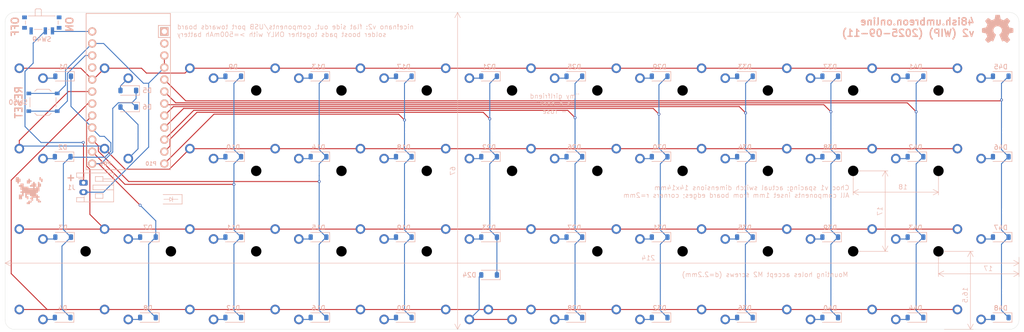
<source format=kicad_pcb>
(kicad_pcb
	(version 20241229)
	(generator "pcbnew")
	(generator_version "9.0")
	(general
		(thickness 1.6)
		(legacy_teardrops no)
	)
	(paper "A3")
	(title_block
		(title "plank")
		(rev "v1.0.0")
		(company "Unknown")
	)
	(layers
		(0 "F.Cu" signal)
		(2 "B.Cu" signal)
		(9 "F.Adhes" user "F.Adhesive")
		(11 "B.Adhes" user "B.Adhesive")
		(13 "F.Paste" user)
		(15 "B.Paste" user)
		(5 "F.SilkS" user "F.Silkscreen")
		(7 "B.SilkS" user "B.Silkscreen")
		(1 "F.Mask" user)
		(3 "B.Mask" user)
		(17 "Dwgs.User" user "User.Drawings")
		(19 "Cmts.User" user "User.Comments")
		(21 "Eco1.User" user "User.Eco1")
		(23 "Eco2.User" user "User.Eco2")
		(25 "Edge.Cuts" user)
		(27 "Margin" user)
		(31 "F.CrtYd" user "F.Courtyard")
		(29 "B.CrtYd" user "B.Courtyard")
		(35 "F.Fab" user)
		(33 "B.Fab" user)
	)
	(setup
		(pad_to_mask_clearance 0)
		(allow_soldermask_bridges_in_footprints no)
		(tenting front back)
		(pcbplotparams
			(layerselection 0x00000000_00000000_55555555_5755f5ff)
			(plot_on_all_layers_selection 0x00000000_00000000_00000000_00000000)
			(disableapertmacros no)
			(usegerberextensions no)
			(usegerberattributes yes)
			(usegerberadvancedattributes yes)
			(creategerberjobfile yes)
			(dashed_line_dash_ratio 12.000000)
			(dashed_line_gap_ratio 3.000000)
			(svgprecision 4)
			(plotframeref no)
			(mode 1)
			(useauxorigin no)
			(hpglpennumber 1)
			(hpglpenspeed 20)
			(hpglpendiameter 15.000000)
			(pdf_front_fp_property_popups yes)
			(pdf_back_fp_property_popups yes)
			(pdf_metadata yes)
			(pdf_single_document no)
			(dxfpolygonmode yes)
			(dxfimperialunits yes)
			(dxfusepcbnewfont yes)
			(psnegative no)
			(psa4output no)
			(plot_black_and_white yes)
			(sketchpadsonfab no)
			(plotpadnumbers no)
			(hidednponfab no)
			(sketchdnponfab yes)
			(crossoutdnponfab yes)
			(subtractmaskfromsilk no)
			(outputformat 1)
			(mirror no)
			(drillshape 0)
			(scaleselection 1)
			(outputdirectory "48ish_soldered_out/")
		)
	)
	(net 0 "")
	(net 1 "Net-(D1-A)")
	(net 2 "/col0")
	(net 3 "Net-(D2-A)")
	(net 4 "Net-(D3-A)")
	(net 5 "Net-(D4-A)")
	(net 6 "/col1")
	(net 7 "Net-(D5-A)")
	(net 8 "Net-(D6-A)")
	(net 9 "Net-(D7-A)")
	(net 10 "Net-(D8-A)")
	(net 11 "Net-(D9-A)")
	(net 12 "/col2")
	(net 13 "Net-(D10-A)")
	(net 14 "Net-(D11-A)")
	(net 15 "Net-(D12-A)")
	(net 16 "/col3")
	(net 17 "Net-(D13-A)")
	(net 18 "Net-(D14-A)")
	(net 19 "Net-(D15-A)")
	(net 20 "Net-(D16-A)")
	(net 21 "Net-(D17-A)")
	(net 22 "/col4")
	(net 23 "Net-(D18-A)")
	(net 24 "Net-(D19-A)")
	(net 25 "Net-(D20-A)")
	(net 26 "Net-(D21-A)")
	(net 27 "/col5")
	(net 28 "Net-(D22-A)")
	(net 29 "Net-(D23-A)")
	(net 30 "Net-(D24-A)")
	(net 31 "Net-(D25-A)")
	(net 32 "/col6")
	(net 33 "Net-(D26-A)")
	(net 34 "Net-(D27-A)")
	(net 35 "Net-(D28-A)")
	(net 36 "/col7")
	(net 37 "Net-(D29-A)")
	(net 38 "Net-(D30-A)")
	(net 39 "Net-(D31-A)")
	(net 40 "Net-(D32-A)")
	(net 41 "Net-(D33-A)")
	(net 42 "/col8")
	(net 43 "Net-(D34-A)")
	(net 44 "Net-(D35-A)")
	(net 45 "Net-(D36-A)")
	(net 46 "Net-(D37-A)")
	(net 47 "/col9")
	(net 48 "Net-(D38-A)")
	(net 49 "Net-(D39-A)")
	(net 50 "Net-(D40-A)")
	(net 51 "Net-(D41-A)")
	(net 52 "/col10")
	(net 53 "Net-(D42-A)")
	(net 54 "Net-(D43-A)")
	(net 55 "Net-(D44-A)")
	(net 56 "/col11")
	(net 57 "Net-(D45-A)")
	(net 58 "Net-(D46-A)")
	(net 59 "Net-(D47-A)")
	(net 60 "Net-(D48-A)")
	(net 61 "Net-(J1-Pin_1)")
	(net 62 "VBAT")
	(net 63 "/row0")
	(net 64 "/row2")
	(net 65 "GND")
	(net 66 "unconnected-(U1-P1{slash}TX-Pad1)")
	(net 67 "/row3")
	(net 68 "unconnected-(U1-P0{slash}RX-Pad2)")
	(net 69 "/row1")
	(net 70 "Net-(SW50-A)")
	(net 71 "unconnected-(SW49-A-Pad1)")
	(footprint "stuff:Choc_v1" (layer "F.Cu") (at 134.5 128))
	(footprint "stuff:Choc_v1" (layer "F.Cu") (at 242.5 128))
	(footprint "stuff:Choc_v1" (layer "F.Cu") (at 188.5 128))
	(footprint "stuff:shitty_m2_mounting_hole" (layer "F.Cu") (at 161.5 136.5))
	(footprint "stuff:Choc_v1" (layer "F.Cu") (at 278.5 111))
	(footprint "stuff:shitty_m2_mounting_hole" (layer "F.Cu") (at 197.5 153.5))
	(footprint "stuff:shitty_m2_mounting_hole" (layer "F.Cu") (at 305.5 136.5))
	(footprint "stuff:Choc_v1" (layer "F.Cu") (at 206.5 111))
	(footprint "stuff:Choc_v1" (layer "F.Cu") (at 170.5 145))
	(footprint "stuff:Choc_v1" (layer "F.Cu") (at 260.5 111))
	(footprint "stuff:Choc_v1" (layer "F.Cu") (at 152.5 128))
	(footprint "stuff:shitty_m2_mounting_hole" (layer "F.Cu") (at 287.5 153.5))
	(footprint "stuff:Choc_v1" (layer "F.Cu") (at 116.5 128))
	(footprint "stuff:Choc_v1" (layer "F.Cu") (at 224.5 128))
	(footprint "stuff:shitty_m2_mounting_hole" (layer "F.Cu") (at 179.5 153.5))
	(footprint "stuff:Choc_v1" (layer "F.Cu") (at 224.5 145))
	(footprint "stuff:Choc_v1" (layer "F.Cu") (at 134.5 111))
	(footprint "stuff:shitty_m2_mounting_hole" (layer "F.Cu") (at 215.5 119.5))
	(footprint "stuff:shitty_m2_mounting_hole" (layer "F.Cu") (at 269.5 153.5))
	(footprint "stuff:Choc_v1" (layer "F.Cu") (at 314.5 145))
	(footprint "stuff:Choc_v1" (layer "F.Cu") (at 314.5 128))
	(footprint "stuff:Choc_v1" (layer "F.Cu") (at 278.5 162))
	(footprint "stuff:shitty_m2_mounting_hole" (layer "F.Cu") (at 197.5 136.5))
	(footprint "stuff:Choc_v1" (layer "F.Cu") (at 224.5 111))
	(footprint "stuff:Choc_v1" (layer "F.Cu") (at 260.5 162))
	(footprint "stuff:shitty_m2_mounting_hole" (layer "F.Cu") (at 233.5 136.5))
	(footprint "stuff:Choc_v1" (layer "F.Cu") (at 188.5 162))
	(footprint "stuff:Choc_v1" (layer "F.Cu") (at 152.5 162))
	(footprint "stuff:Choc_v1" (layer "F.Cu") (at 116.5 162))
	(footprint "stuff:shitty_m2_mounting_hole" (layer "F.Cu") (at 233.5 153.5))
	(footprint "stuff:shitty_m2_mounting_hole" (layer "F.Cu") (at 161.5 153.5))
	(footprint "stuff:Choc_v1" (layer "F.Cu") (at 170.5 162))
	(footprint "stuff:Choc_v1" (layer "F.Cu") (at 278.5 128))
	(footprint "stuff:Choc_v1" (layer "F.Cu") (at 116.5 145))
	(footprint "stuff:Choc_v1" (layer "F.Cu") (at 260.5 128))
	(footprint "stuff:Choc_v1" (layer "F.Cu") (at 206.5 128))
	(footprint "stuff:Choc_v1" (layer "F.Cu") (at 242.5 111))
	(footprint "stuff:shitty_m2_mounting_hole" (layer "F.Cu") (at 251.5 136.5))
	(footprint "stuff:Choc_v1" (layer "F.Cu") (at 242.5 145))
	(footprint "stuff:Choc_v1" (layer "F.Cu") (at 215.5 162))
	(footprint "stuff:Choc_v1" (layer "F.Cu") (at 134.5 145))
	(footprint "stuff:Choc_v1" (layer "F.Cu") (at 296.5 145))
	(footprint "stuff:shitty_m2_mounting_hole" (layer "F.Cu") (at 251.5 119.5))
	(footprint "stuff:Choc_v1" (layer "F.Cu") (at 170.5 128))
	(footprint "stuff:Choc_v1" (layer "F.Cu") (at 296.5 162))
	(footprint "stuff:Choc_v1" (layer "F.Cu") (at 314.5 111))
	(footprint "stuff:shitty_m2_mounting_hole" (layer "F.Cu") (at 197.5 119.5))
	(footprint "stuff:Choc_v1" (layer "F.Cu") (at 260.5 145))
	(footprint "stuff:Choc_v1" (layer "F.Cu") (at 170.5 111))
	(footprint "stuff:Choc_v1" (layer "F.Cu") (at 116.5 111))
	(footprint "stuff:shitty_m2_mounting_hole" (layer "F.Cu") (at 233.5 119.5))
	(footprint "stuff:Choc_v1" (layer "F.Cu") (at 152.5 111))
	(footprint "stuff:shitty_m2_mounting_hole" (layer "F.Cu") (at 305.5 119.5))
	(footprint "stuff:shitty_m2_mounting_hole" (layer "F.Cu") (at 179.5 119.5))
	(footprint "stuff:shitty_m2_mounting_hole" (layer "F.Cu") (at 287.5 119.5))
	(footprint "stuff:Choc_v1" (layer "F.Cu") (at 188.5 111))
	(footprint "stuff:Choc_v1" (layer "F.Cu") (at 206.5 162))
	(footprint "stuff:shitty_m2_mounting_hole" (layer "F.Cu") (at 251.5 153.5))
	(footprint "stuff:shitty_m2_mounting_hole" (layer "F.Cu") (at 269.5 136.5))
	(footprint "stuff:Choc_v1"
		(layer "F.Cu")
		(uuid "af34793c-daa4-4b79-95b7-6a08e89da75f")
		(at 314.5 162)
		(property "Reference" "SW48"
			(at 0 0 0)
			(layer "F.SilkS")
			(hide yes)
			(uuid "541f78e3-30ca-46a0-829a-c350c8bd6488")
			(effects
				(font
					(size 1.27 1.27)
					(thickness 0.15)
				)
			)
		)
		(property "Value" "SW_SPST"
			(at 0 0 0)
			(layer "F.SilkS")
			(hide yes)
			(uuid "c946a7ff-19b3-4cc8-a137-09131e4f43f6")
			(effects
				(font
					(size 1.27 1.27)
					(thickness 0.15)
				)
			)
		)
		(property "Datasheet" "~"
			(at 0 0 0)
			(layer "F.Fab")
			(hide yes)
			(uuid "c002c301-9b48-4ac9-90b7-5c9546a86264")
			(effects
				(font
					(size 1.27 1.27)
					(thickness 0.15)
				)
			)
		)
		(property "Description" "Single Pole Single Throw (SPST) switch"
			(at 0 0 0)
			(layer "F.Fab")
			(hide yes)
			(uuid "e7768342-1231-46c5-8abd-ea706634fdff")
			(effects
				(font
					(size 1.27 1.27)
					(thickness 0.15)
				)
			)
		)
		(path "/a0f4c260-c94c-4389-b0dc-6a1faebf1b04")
		(sheetname "/")
		(sheetfile "48ish_soldered.kicad_sch")
		(attr through_hole)
		(fp_line
			(start -9 -8.5)
			(end 9 -8.5)
			(stroke
				(width 0.15)
				(type solid)
			)
			(layer "Dwgs.User")
			(uuid "783c073e-e0c4-431a-9056-1fa1e04b4e86")
		)
		(fp_line
			(start -9 8.5)
			(end -9 -8.5)
			(stroke
				(width 0.15)
				(type solid)
			)
			(layer "Dwgs.User")
			(uuid "2462b9af-6135-425a-8ff2-5b80e6cae899")
		)
		(fp_line
			(start -7 -6)
			(end -7 -7)
			(stroke
				(width 0.15)
				(type solid)
			)
			(layer "Dwgs.User")
			(uuid "0fdd9ed0-cbac-49c1-b1d6-d493dc2e2f1b")
		)
		(fp_line
			(start -7 7)
			(end -7 6)
			(stroke
				(width 0.15)
				(type solid)
			)
			(layer "Dwgs.User")
			(uuid "a3847445-1e94-4777-9b52-74d148510de1")
		)
		(fp_line
			(start -7 7)
			(end -6 7)
			(stroke
				(width 0.15)
				(type solid)
			)
			(layer "Dwgs.User")
			(uuid "4428d1b8-dc23-4654-b2e7-f98c217b8a90")
		)
		(fp_line
			(start -6 -7)
			(end -7 -7)
			(stroke
				(width 0.15)
				(type solid)
			)
			(layer "Dwgs.User")
			(uuid "2b67a902-d2b2-499d-bae5-faafc6a006a7")
		)
		(fp_line
			(start 6 7)
			(end 7 7)
			(stroke
				(width 0.15)
				(type solid)
			)
			(layer "Dwgs.User")
			(uuid "9617d3ac-6f0b-4780-9dc1-f6acce450e81")
		)
		(fp_line
			(start 7 -7)
			(end 6 -7)
			(stroke
				(width 0.15)
				(type solid)
			)
			(layer "Dwgs.User")
			(uuid "5af0fb67-5649-4b29-bc54-35546a4bcbb4")
		)
		(fp_line
			(start 7 -7)
			(end 7 -6)
			(stroke
				(width 0.15)
				(type solid)
			)
			(layer "Dwgs.User")
			(uuid "96489dc0-3936-471d-936d-06ab3b13e15e")
		)
		(fp_line
			(start 7 6)
			(end 7 7)
			(stroke
				(width 0.15)
				(type solid)
			)
			(layer "Dwgs.User")
			(uuid "ee5d58ae-dc21-4ab9-a419-5b1344de043f")
		)
		(fp_line
			(start 9 -8.5)
			(end 9 8.5)
			(stroke
				(width 0.15)
				(type solid)
			)
			(layer "Dwgs.User")
			(uuid "7b904210-a088-4d94-9950-4aade7d57836")
		)
		(fp_line
			(start 9 8.5)
			(end -9 8.5)
			(stroke
				(width 0.15)
				(type solid)
			)
			(layer "Dwgs.User")
			(uuid "34796aad-379c-4cfc-9ceb-3f279e0bb225")
		)
		(pad "" np_thru_hole circle
			(at -5.5 0 180)
			(size 1.7018 1.7018)
			(drill 1.7018)
			(layers "*.Cu" "*.Mask")
			(uuid "4267a814-e7f9-4dc3-aeeb-73a2cb235f72")
		)
		(pad "" np_thru_hole circle
			(at 0 0 180)
			(size 3.429 3.429)
			(drill 3.429)
			(layers "*.Cu" "*.Mask")
			(uuid "cfe8ba5d-80d5-473f-a51c-5d56c4bd4701")
		)
		(pad "" np_thru_hole circle
			(at 5.5 0 180)
			(size 1.7018 1.7018)
			(drill 1.7018)
			(layers "*.Cu" "*.Mask")
			(uuid "d0cfef0e-0eff-4f96-8e60-303bc49ca875")
		)
		(pad "1" thru_hole circle
			(at 
... [447576 chars truncated]
</source>
